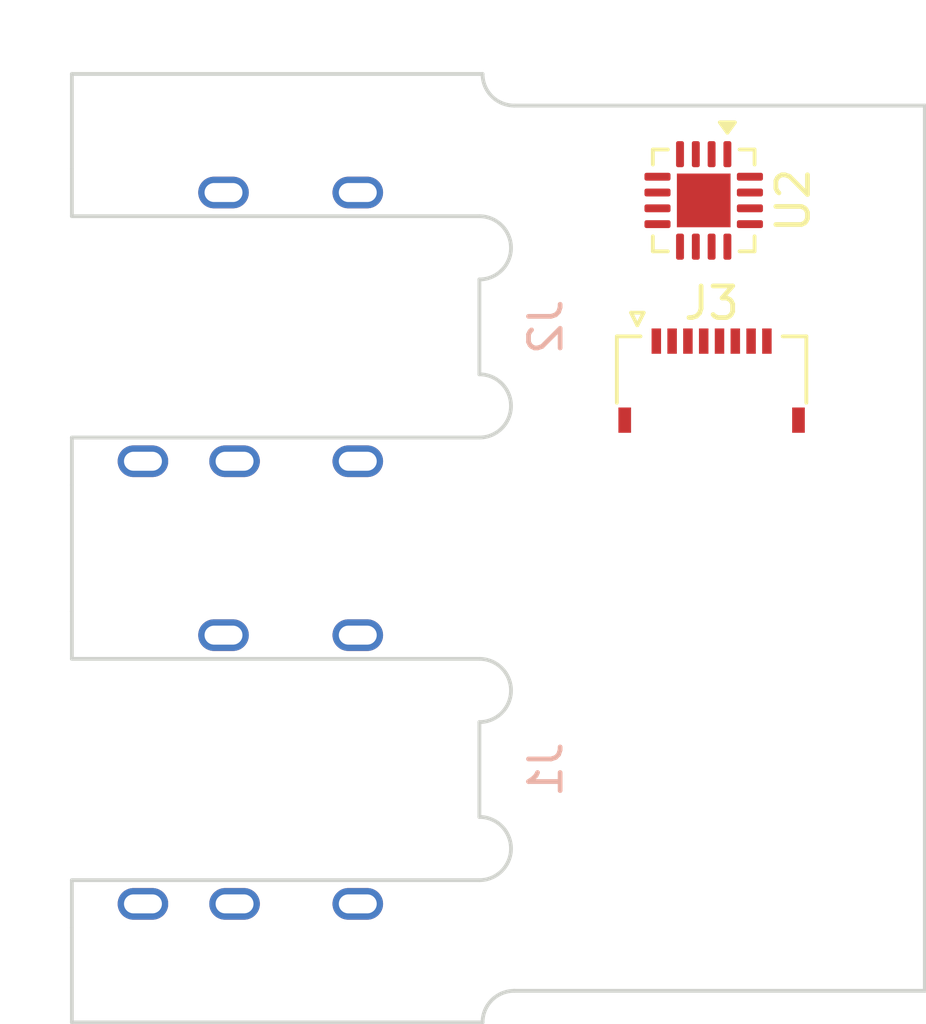
<source format=kicad_pcb>
(kicad_pcb (version 20241229) (generator "pcbnew") (generator_version "9.0")
  (layers (0 "F.Cu" signal) (2 "B.Cu" signal) (13 "F.Paste" user) (15 "B.Paste" user) (5 "F.SilkS" user "F.Silkscreen") (7 "B.SilkS" user "B.Silkscreen") (1 "F.Mask" user) (3 "B.Mask" user) (25 "Edge.Cuts" user))
  (net 0 "")
  (net 1 "Net-(J1-Pad2)")
  (net 2 "GND")
  (net 3 "Net-(J1-Pad3)")
  (net 4 "+5V")
  (net 7 "+3.3V")
  (net 8 "/LCD_RS")
  (net 10 "/LCD_SDA")
  (net 11 "/LCD_CS")
  (net 12 "/LCD_SCL")
  (net 13 "/LCD_RES")
  (footprint "USER:TE_2328702-8_1x08-1MP_P0.5mm_Horizontal" (layer "F.Cu") (at 20.25 -3.5)
    (property "Reference" "J3" (at 0 -4.25 0) (layer "F.SilkS"))
    (property "Value" "2328702-8")
    (fp_line (start -3 -3.2) (end -2.25 -3.2) (stroke (width 0.12)) (layer "F.SilkS"))
    (fp_line (start -3 -1.1) (end -3 -3.2) (stroke (width 0.12)) (layer "F.SilkS"))
    (fp_line (start -2.55 -3.95) (end -2.35 -3.55) (stroke (width 0.12)) (layer "F.SilkS"))
    (fp_line (start -2.35 -3.55) (end -2.15 -3.95) (stroke (width 0.12)) (layer "F.SilkS"))
    (fp_line (start -2.15 -3.95) (end -2.55 -3.95) (stroke (width 0.12)) (layer "F.SilkS"))
    (fp_line (start 2.25 -3.2) (end 3 -3.2) (stroke (width 0.12)) (layer "F.SilkS"))
    (fp_line (start 3 -1.1) (end 3 -3.2) (stroke (width 0.12)) (layer "F.SilkS"))
    (pad "1" smd rect (at -1.75 -3.05) (size 0.3 0.8) (layers "F.Cu" "F.Mask" "F.Paste"))
    (pad "2" smd rect (at -1.25 -3.05) (size 0.3 0.8) (layers "F.Cu" "F.Mask" "F.Paste") (net 2 "GND"))
    (pad "3" smd rect (at -0.75 -3.05) (size 0.3 0.8) (layers "F.Cu" "F.Mask" "F.Paste") (net 13 "/LCD_RES"))
    (pad "4" smd rect (at -0.25 -3.05) (size 0.3 0.8) (layers "F.Cu" "F.Mask" "F.Paste") (net 8 "/LCD_RS"))
    (pad "5" smd rect (at 0.25 -3.05) (size 0.3 0.8) (layers "F.Cu" "F.Mask" "F.Paste") (net 12 "/LCD_SCL"))
    (pad "6" smd rect (at 0.75 -3.05) (size 0.3 0.8) (layers "F.Cu" "F.Mask" "F.Paste") (net 10 "/LCD_SDA"))
    (pad "7" smd rect (at 1.25 -3.05) (size 0.3 0.8) (layers "F.Cu" "F.Mask" "F.Paste") (net 7 "+3.3V"))
    (pad "8" smd rect (at 1.75 -3.05) (size 0.3 0.8) (layers "F.Cu" "F.Mask" "F.Paste") (net 11 "/LCD_CS"))
    (pad "MP" smd rect (at -2.75 -0.55) (size 0.4 0.8) (layers "F.Cu" "F.Mask" "F.Paste") (net 2 "GND"))
    (pad "MP" smd rect (at 2.75 -0.55) (size 0.4 0.8) (layers "F.Cu" "F.Mask" "F.Paste") (net 2 "GND"))
  )
  (footprint "Package_DFN_QFN:QFN-16-1EP_3x3mm_P0.5mm_EP1.7x1.7mm" (layer "F.Cu") (at 20 -11 -90)
    (property "Reference" "U2" (at 0 -2.83 90) (layer "F.SilkS"))
    (property "Value" "PY32F002AW15U")
    (fp_line (start -1.61 1.61) (end -1.61 1.135) (stroke (width 0.12)) (layer "F.SilkS"))
    (fp_line (start -1.135 1.61) (end -1.61 1.61) (stroke (width 0.12)) (layer "F.SilkS"))
    (fp_line (start 1.61 1.61) (end 1.135 1.61) (stroke (width 0.12)) (layer "F.SilkS"))
    (fp_line (start 1.61 1.135) (end 1.61 1.61) (stroke (width 0.12)) (layer "F.SilkS"))
    (fp_line (start -1.61 -1.135) (end -1.61 -1.61) (stroke (width 0.12)) (layer "F.SilkS"))
    (fp_line (start -1.61 -1.61) (end -1.135 -1.61) (stroke (width 0.12)) (layer "F.SilkS"))
    (fp_line (start 1.135 -1.61) (end 1.61 -1.61) (stroke (width 0.12)) (layer "F.SilkS"))
    (fp_line (start 1.61 -1.61) (end 1.61 -1.135) (stroke (width 0.12)) (layer "F.SilkS"))
    (fp_poly (pts (xy -2.14 -0.75) (xy -2.47 -0.51) (xy -2.47 -0.99)) (stroke (width 0.12)) (fill yes) (layer "F.SilkS"))
    (pad "1" smd roundrect (at -1.4625 -0.75 270) (size 0.825 0.25) (layers "F.Cu" "F.Mask" "F.Paste"))
    (pad "2" smd roundrect (at -1.4625 -0.25 270) (size 0.825 0.25) (layers "F.Cu" "F.Mask" "F.Paste"))
    (pad "3" smd roundrect (at -1.4625 0.25 270) (size 0.825 0.25) (layers "F.Cu" "F.Mask" "F.Paste"))
    (pad "4" smd roundrect (at -1.4625 0.75 270) (size 0.825 0.25) (layers "F.Cu" "F.Mask" "F.Paste"))
    (pad "5" smd roundrect (at -0.75 1.4625 270) (size 0.25 0.825) (layers "F.Cu" "F.Mask" "F.Paste"))
    (pad "6" smd roundrect (at -0.25 1.4625 270) (size 0.25 0.825) (layers "F.Cu" "F.Mask" "F.Paste"))
    (pad "7" smd roundrect (at 0.25 1.4625 270) (size 0.25 0.825) (layers "F.Cu" "F.Mask" "F.Paste"))
    (pad "8" smd roundrect (at 0.75 1.4625 270) (size 0.25 0.825) (layers "F.Cu" "F.Mask" "F.Paste"))
    (pad "9" smd roundrect (at 1.4625 0.75 270) (size 0.825 0.25) (layers "F.Cu" "F.Mask" "F.Paste"))
    (pad "10" smd roundrect (at 1.4625 0.25 270) (size 0.825 0.25) (layers "F.Cu" "F.Mask" "F.Paste") (net 11 "/LCD_CS"))
    (pad "11" smd roundrect (at 1.4625 -0.25 270) (size 0.825 0.25) (layers "F.Cu" "F.Mask" "F.Paste") (net 12 "/LCD_SCL"))
    (pad "12" smd roundrect (at 1.4625 -0.75 270) (size 0.825 0.25) (layers "F.Cu" "F.Mask" "F.Paste") (net 13 "/LCD_RES"))
    (pad "13" smd roundrect (at 0.75 -1.4625 270) (size 0.25 0.825) (layers "F.Cu" "F.Mask" "F.Paste") (net 10 "/LCD_SDA"))
    (pad "14" smd roundrect (at 0.25 -1.4625 270) (size 0.25 0.825) (layers "F.Cu" "F.Mask" "F.Paste"))
    (pad "15" smd roundrect (at -0.25 -1.4625 270) (size 0.25 0.825) (layers "F.Cu" "F.Mask" "F.Paste") (net 7 "+3.3V"))
    (pad "16" smd roundrect (at -0.75 -1.4625 270) (size 0.25 0.825) (layers "F.Cu" "F.Mask" "F.Paste") (net 8 "/LCD_RS"))
    (pad "17" smd rect (at 0 0 270) (size 1.7 1.7) (property pad_prop_heatsink) (layers "F.Cu" "F.Mask") (net 2 "GND"))
  )
  (footprint "USER:XB-PJ-1837" (layer "B.Cu") (at 0 -7 -90)
    (property "Reference" "J2" (at 0 -15 90) (layer "B.SilkS") (effects (justify mirror)))
    (property "Value" "AudioJack4_SwitchT1")
    (fp_line (start -5 0) (end -3.5 0) (stroke (width 0.12)) (layer "Edge.Cuts"))
    (fp_line (start -3.5 0) (end -3.5 -12.9) (stroke (width 0.12)) (layer "Edge.Cuts"))
    (fp_line (start 3.5 0) (end 5 0) (stroke (width 0.12)) (layer "Edge.Cuts"))
    (fp_line (start 3.5 0) (end 3.5 -12.9) (stroke (width 0.12)) (layer "Edge.Cuts"))
    (fp_line (start 1.5 -12.9) (end -1.5 -12.9) (stroke (width 0.12)) (layer "Edge.Cuts"))
    (fp_arc (start -3.5 -12.9) (mid -2.5 -13.9) (end -1.5 -12.9) (stroke (width 0.12)) (layer "Edge.Cuts"))
    (fp_arc (start 1.5 -12.9) (mid 2.5 -13.9) (end 3.5 -12.9) (stroke (width 0.12)) (layer "Edge.Cuts"))
    (pad "1" thru_hole oval (at -4.25 -4.8 270) (size 1 1.6) (drill oval 0.6 1.2) (layers "*.Cu" "*.Mask") (net 2 "GND"))
    (pad "2" thru_hole oval (at 4.25 -2.25 270) (size 1 1.6) (drill oval 0.6 1.2) (layers "*.Cu" "*.Mask") (net 1 "Net-(J1-Pad2)"))
    (pad "3" thru_hole oval (at 4.25 -5.15 270) (size 1 1.6) (drill oval 0.6 1.2) (layers "*.Cu" "*.Mask") (net 3 "Net-(J1-Pad3)"))
    (pad "4" thru_hole oval (at 4.25 -9.05 270) (size 1 1.6) (drill oval 0.6 1.2) (layers "*.Cu" "*.Mask") (net 4 "+5V"))
    (pad "5" thru_hole oval (at -4.25 -9.05 270) (size 1 1.6) (drill oval 0.6 1.2) (layers "*.Cu" "*.Mask"))
  )
  (footprint "USER:XB-PJ-1837" (layer "B.Cu") (at 0 7 -90)
    (property "Reference" "J1" (at 0 -15 90) (layer "B.SilkS") (effects (justify mirror)))
    (property "Value" "AudioJack4_SwitchT1")
    (fp_line (start -5 0) (end -3.5 0) (stroke (width 0.12)) (layer "Edge.Cuts"))
    (fp_line (start -3.5 0) (end -3.5 -12.9) (stroke (width 0.12)) (layer "Edge.Cuts"))
    (fp_line (start 3.5 0) (end 5 0) (stroke (width 0.12)) (layer "Edge.Cuts"))
    (fp_line (start 3.5 0) (end 3.5 -12.9) (stroke (width 0.12)) (layer "Edge.Cuts"))
    (fp_line (start 1.5 -12.9) (end -1.5 -12.9) (stroke (width 0.12)) (layer "Edge.Cuts"))
    (fp_arc (start -3.5 -12.9) (mid -2.5 -13.9) (end -1.5 -12.9) (stroke (width 0.12)) (layer "Edge.Cuts"))
    (fp_arc (start 1.5 -12.9) (mid 2.5 -13.9) (end 3.5 -12.9) (stroke (width 0.12)) (layer "Edge.Cuts"))
    (pad "1" thru_hole oval (at -4.25 -4.8 270) (size 1 1.6) (drill oval 0.6 1.2) (layers "*.Cu" "*.Mask") (net 2 "GND"))
    (pad "2" thru_hole oval (at 4.25 -2.25 270) (size 1 1.6) (drill oval 0.6 1.2) (layers "*.Cu" "*.Mask") (net 1 "Net-(J1-Pad2)"))
    (pad "3" thru_hole oval (at 4.25 -5.15 270) (size 1 1.6) (drill oval 0.6 1.2) (layers "*.Cu" "*.Mask") (net 3 "Net-(J1-Pad3)"))
    (pad "4" thru_hole oval (at 4.25 -9.05 270) (size 1 1.6) (drill oval 0.6 1.2) (layers "*.Cu" "*.Mask") (net 4 "+5V"))
    (pad "5" thru_hole oval (at -4.25 -9.05 270) (size 1 1.6) (drill oval 0.6 1.2) (layers "*.Cu" "*.Mask"))
  )
  (gr_line (start 14 -14) (end 27 -14) (stroke (width 0.12)) (layer "Edge.Cuts"))
  (gr_line (start 0 12) (end 0 15) (stroke (width 0.12)) (layer "Edge.Cuts"))
  (gr_arc (start 13 15) (mid 13.292893 14.292893) (end 14 14) (stroke (width 0.12)) (layer "Edge.Cuts"))
  (gr_line (start 0 -12) (end 0 -15) (stroke (width 0.12)) (layer "Edge.Cuts"))
  (gr_line (start 27 14) (end 27 -14) (stroke (width 0.12)) (layer "Edge.Cuts"))
  (gr_line (start 14 14) (end 27 14) (stroke (width 0.12)) (layer "Edge.Cuts"))
  (gr_line (start 0 -15) (end 13 -15) (stroke (width 0.12)) (layer "Edge.Cuts"))
  (gr_arc (start 13.999999 -14) (mid 13.292893 -14.292894) (end 12.999999 -15) (stroke (width 0.12)) (layer "Edge.Cuts"))
  (gr_line (start 0 15) (end 13 15) (stroke (width 0.12)) (layer "Edge.Cuts"))
  (gr_line (start 0 2) (end 0 -2) (stroke (width 0.12)) (layer "Edge.Cuts"))
)
</source>
